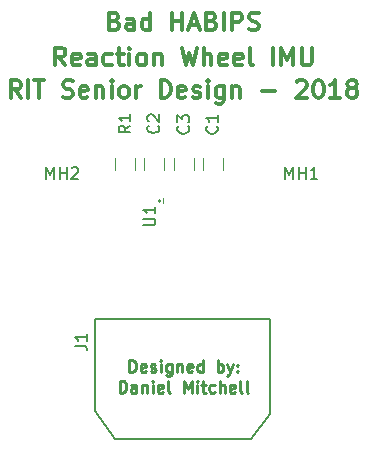
<source format=gbr>
G04 #@! TF.FileFunction,Legend,Top*
%FSLAX46Y46*%
G04 Gerber Fmt 4.6, Leading zero omitted, Abs format (unit mm)*
G04 Created by KiCad (PCBNEW 4.0.4-stable) date 03/19/18 23:17:59*
%MOMM*%
%LPD*%
G01*
G04 APERTURE LIST*
%ADD10C,0.100000*%
%ADD11C,0.250000*%
%ADD12C,0.300000*%
%ADD13C,0.120000*%
%ADD14C,0.160000*%
%ADD15C,0.050000*%
%ADD16C,0.150000*%
G04 APERTURE END LIST*
D10*
D11*
X95428571Y-113187381D02*
X95428571Y-112187381D01*
X95666666Y-112187381D01*
X95809524Y-112235000D01*
X95904762Y-112330238D01*
X95952381Y-112425476D01*
X96000000Y-112615952D01*
X96000000Y-112758810D01*
X95952381Y-112949286D01*
X95904762Y-113044524D01*
X95809524Y-113139762D01*
X95666666Y-113187381D01*
X95428571Y-113187381D01*
X96809524Y-113139762D02*
X96714286Y-113187381D01*
X96523809Y-113187381D01*
X96428571Y-113139762D01*
X96380952Y-113044524D01*
X96380952Y-112663571D01*
X96428571Y-112568333D01*
X96523809Y-112520714D01*
X96714286Y-112520714D01*
X96809524Y-112568333D01*
X96857143Y-112663571D01*
X96857143Y-112758810D01*
X96380952Y-112854048D01*
X97238095Y-113139762D02*
X97333333Y-113187381D01*
X97523809Y-113187381D01*
X97619048Y-113139762D01*
X97666667Y-113044524D01*
X97666667Y-112996905D01*
X97619048Y-112901667D01*
X97523809Y-112854048D01*
X97380952Y-112854048D01*
X97285714Y-112806429D01*
X97238095Y-112711190D01*
X97238095Y-112663571D01*
X97285714Y-112568333D01*
X97380952Y-112520714D01*
X97523809Y-112520714D01*
X97619048Y-112568333D01*
X98095238Y-113187381D02*
X98095238Y-112520714D01*
X98095238Y-112187381D02*
X98047619Y-112235000D01*
X98095238Y-112282619D01*
X98142857Y-112235000D01*
X98095238Y-112187381D01*
X98095238Y-112282619D01*
X99000000Y-112520714D02*
X99000000Y-113330238D01*
X98952381Y-113425476D01*
X98904762Y-113473095D01*
X98809523Y-113520714D01*
X98666666Y-113520714D01*
X98571428Y-113473095D01*
X99000000Y-113139762D02*
X98904762Y-113187381D01*
X98714285Y-113187381D01*
X98619047Y-113139762D01*
X98571428Y-113092143D01*
X98523809Y-112996905D01*
X98523809Y-112711190D01*
X98571428Y-112615952D01*
X98619047Y-112568333D01*
X98714285Y-112520714D01*
X98904762Y-112520714D01*
X99000000Y-112568333D01*
X99476190Y-112520714D02*
X99476190Y-113187381D01*
X99476190Y-112615952D02*
X99523809Y-112568333D01*
X99619047Y-112520714D01*
X99761905Y-112520714D01*
X99857143Y-112568333D01*
X99904762Y-112663571D01*
X99904762Y-113187381D01*
X100761905Y-113139762D02*
X100666667Y-113187381D01*
X100476190Y-113187381D01*
X100380952Y-113139762D01*
X100333333Y-113044524D01*
X100333333Y-112663571D01*
X100380952Y-112568333D01*
X100476190Y-112520714D01*
X100666667Y-112520714D01*
X100761905Y-112568333D01*
X100809524Y-112663571D01*
X100809524Y-112758810D01*
X100333333Y-112854048D01*
X101666667Y-113187381D02*
X101666667Y-112187381D01*
X101666667Y-113139762D02*
X101571429Y-113187381D01*
X101380952Y-113187381D01*
X101285714Y-113139762D01*
X101238095Y-113092143D01*
X101190476Y-112996905D01*
X101190476Y-112711190D01*
X101238095Y-112615952D01*
X101285714Y-112568333D01*
X101380952Y-112520714D01*
X101571429Y-112520714D01*
X101666667Y-112568333D01*
X102904762Y-113187381D02*
X102904762Y-112187381D01*
X102904762Y-112568333D02*
X103000000Y-112520714D01*
X103190477Y-112520714D01*
X103285715Y-112568333D01*
X103333334Y-112615952D01*
X103380953Y-112711190D01*
X103380953Y-112996905D01*
X103333334Y-113092143D01*
X103285715Y-113139762D01*
X103190477Y-113187381D01*
X103000000Y-113187381D01*
X102904762Y-113139762D01*
X103714286Y-112520714D02*
X103952381Y-113187381D01*
X104190477Y-112520714D02*
X103952381Y-113187381D01*
X103857143Y-113425476D01*
X103809524Y-113473095D01*
X103714286Y-113520714D01*
X104571429Y-113092143D02*
X104619048Y-113139762D01*
X104571429Y-113187381D01*
X104523810Y-113139762D01*
X104571429Y-113092143D01*
X104571429Y-113187381D01*
X104571429Y-112568333D02*
X104619048Y-112615952D01*
X104571429Y-112663571D01*
X104523810Y-112615952D01*
X104571429Y-112568333D01*
X104571429Y-112663571D01*
X94595237Y-114937381D02*
X94595237Y-113937381D01*
X94833332Y-113937381D01*
X94976190Y-113985000D01*
X95071428Y-114080238D01*
X95119047Y-114175476D01*
X95166666Y-114365952D01*
X95166666Y-114508810D01*
X95119047Y-114699286D01*
X95071428Y-114794524D01*
X94976190Y-114889762D01*
X94833332Y-114937381D01*
X94595237Y-114937381D01*
X96023809Y-114937381D02*
X96023809Y-114413571D01*
X95976190Y-114318333D01*
X95880952Y-114270714D01*
X95690475Y-114270714D01*
X95595237Y-114318333D01*
X96023809Y-114889762D02*
X95928571Y-114937381D01*
X95690475Y-114937381D01*
X95595237Y-114889762D01*
X95547618Y-114794524D01*
X95547618Y-114699286D01*
X95595237Y-114604048D01*
X95690475Y-114556429D01*
X95928571Y-114556429D01*
X96023809Y-114508810D01*
X96499999Y-114270714D02*
X96499999Y-114937381D01*
X96499999Y-114365952D02*
X96547618Y-114318333D01*
X96642856Y-114270714D01*
X96785714Y-114270714D01*
X96880952Y-114318333D01*
X96928571Y-114413571D01*
X96928571Y-114937381D01*
X97404761Y-114937381D02*
X97404761Y-114270714D01*
X97404761Y-113937381D02*
X97357142Y-113985000D01*
X97404761Y-114032619D01*
X97452380Y-113985000D01*
X97404761Y-113937381D01*
X97404761Y-114032619D01*
X98261904Y-114889762D02*
X98166666Y-114937381D01*
X97976189Y-114937381D01*
X97880951Y-114889762D01*
X97833332Y-114794524D01*
X97833332Y-114413571D01*
X97880951Y-114318333D01*
X97976189Y-114270714D01*
X98166666Y-114270714D01*
X98261904Y-114318333D01*
X98309523Y-114413571D01*
X98309523Y-114508810D01*
X97833332Y-114604048D01*
X98880951Y-114937381D02*
X98785713Y-114889762D01*
X98738094Y-114794524D01*
X98738094Y-113937381D01*
X100023809Y-114937381D02*
X100023809Y-113937381D01*
X100357143Y-114651667D01*
X100690476Y-113937381D01*
X100690476Y-114937381D01*
X101166666Y-114937381D02*
X101166666Y-114270714D01*
X101166666Y-113937381D02*
X101119047Y-113985000D01*
X101166666Y-114032619D01*
X101214285Y-113985000D01*
X101166666Y-113937381D01*
X101166666Y-114032619D01*
X101499999Y-114270714D02*
X101880951Y-114270714D01*
X101642856Y-113937381D02*
X101642856Y-114794524D01*
X101690475Y-114889762D01*
X101785713Y-114937381D01*
X101880951Y-114937381D01*
X102642857Y-114889762D02*
X102547619Y-114937381D01*
X102357142Y-114937381D01*
X102261904Y-114889762D01*
X102214285Y-114842143D01*
X102166666Y-114746905D01*
X102166666Y-114461190D01*
X102214285Y-114365952D01*
X102261904Y-114318333D01*
X102357142Y-114270714D01*
X102547619Y-114270714D01*
X102642857Y-114318333D01*
X103071428Y-114937381D02*
X103071428Y-113937381D01*
X103500000Y-114937381D02*
X103500000Y-114413571D01*
X103452381Y-114318333D01*
X103357143Y-114270714D01*
X103214285Y-114270714D01*
X103119047Y-114318333D01*
X103071428Y-114365952D01*
X104357143Y-114889762D02*
X104261905Y-114937381D01*
X104071428Y-114937381D01*
X103976190Y-114889762D01*
X103928571Y-114794524D01*
X103928571Y-114413571D01*
X103976190Y-114318333D01*
X104071428Y-114270714D01*
X104261905Y-114270714D01*
X104357143Y-114318333D01*
X104404762Y-114413571D01*
X104404762Y-114508810D01*
X103928571Y-114604048D01*
X104976190Y-114937381D02*
X104880952Y-114889762D01*
X104833333Y-114794524D01*
X104833333Y-113937381D01*
X105500000Y-114937381D02*
X105404762Y-114889762D01*
X105357143Y-114794524D01*
X105357143Y-113937381D01*
D12*
X86224287Y-89988571D02*
X85724287Y-89274286D01*
X85367144Y-89988571D02*
X85367144Y-88488571D01*
X85938572Y-88488571D01*
X86081430Y-88560000D01*
X86152858Y-88631429D01*
X86224287Y-88774286D01*
X86224287Y-88988571D01*
X86152858Y-89131429D01*
X86081430Y-89202857D01*
X85938572Y-89274286D01*
X85367144Y-89274286D01*
X86867144Y-89988571D02*
X86867144Y-88488571D01*
X87367144Y-88488571D02*
X88224287Y-88488571D01*
X87795716Y-89988571D02*
X87795716Y-88488571D01*
X89795715Y-89917143D02*
X90010001Y-89988571D01*
X90367144Y-89988571D01*
X90510001Y-89917143D01*
X90581430Y-89845714D01*
X90652858Y-89702857D01*
X90652858Y-89560000D01*
X90581430Y-89417143D01*
X90510001Y-89345714D01*
X90367144Y-89274286D01*
X90081430Y-89202857D01*
X89938572Y-89131429D01*
X89867144Y-89060000D01*
X89795715Y-88917143D01*
X89795715Y-88774286D01*
X89867144Y-88631429D01*
X89938572Y-88560000D01*
X90081430Y-88488571D01*
X90438572Y-88488571D01*
X90652858Y-88560000D01*
X91867143Y-89917143D02*
X91724286Y-89988571D01*
X91438572Y-89988571D01*
X91295715Y-89917143D01*
X91224286Y-89774286D01*
X91224286Y-89202857D01*
X91295715Y-89060000D01*
X91438572Y-88988571D01*
X91724286Y-88988571D01*
X91867143Y-89060000D01*
X91938572Y-89202857D01*
X91938572Y-89345714D01*
X91224286Y-89488571D01*
X92581429Y-88988571D02*
X92581429Y-89988571D01*
X92581429Y-89131429D02*
X92652857Y-89060000D01*
X92795715Y-88988571D01*
X93010000Y-88988571D01*
X93152857Y-89060000D01*
X93224286Y-89202857D01*
X93224286Y-89988571D01*
X93938572Y-89988571D02*
X93938572Y-88988571D01*
X93938572Y-88488571D02*
X93867143Y-88560000D01*
X93938572Y-88631429D01*
X94010000Y-88560000D01*
X93938572Y-88488571D01*
X93938572Y-88631429D01*
X94867144Y-89988571D02*
X94724286Y-89917143D01*
X94652858Y-89845714D01*
X94581429Y-89702857D01*
X94581429Y-89274286D01*
X94652858Y-89131429D01*
X94724286Y-89060000D01*
X94867144Y-88988571D01*
X95081429Y-88988571D01*
X95224286Y-89060000D01*
X95295715Y-89131429D01*
X95367144Y-89274286D01*
X95367144Y-89702857D01*
X95295715Y-89845714D01*
X95224286Y-89917143D01*
X95081429Y-89988571D01*
X94867144Y-89988571D01*
X96010001Y-89988571D02*
X96010001Y-88988571D01*
X96010001Y-89274286D02*
X96081429Y-89131429D01*
X96152858Y-89060000D01*
X96295715Y-88988571D01*
X96438572Y-88988571D01*
X98081429Y-89988571D02*
X98081429Y-88488571D01*
X98438572Y-88488571D01*
X98652857Y-88560000D01*
X98795715Y-88702857D01*
X98867143Y-88845714D01*
X98938572Y-89131429D01*
X98938572Y-89345714D01*
X98867143Y-89631429D01*
X98795715Y-89774286D01*
X98652857Y-89917143D01*
X98438572Y-89988571D01*
X98081429Y-89988571D01*
X100152857Y-89917143D02*
X100010000Y-89988571D01*
X99724286Y-89988571D01*
X99581429Y-89917143D01*
X99510000Y-89774286D01*
X99510000Y-89202857D01*
X99581429Y-89060000D01*
X99724286Y-88988571D01*
X100010000Y-88988571D01*
X100152857Y-89060000D01*
X100224286Y-89202857D01*
X100224286Y-89345714D01*
X99510000Y-89488571D01*
X100795714Y-89917143D02*
X100938571Y-89988571D01*
X101224286Y-89988571D01*
X101367143Y-89917143D01*
X101438571Y-89774286D01*
X101438571Y-89702857D01*
X101367143Y-89560000D01*
X101224286Y-89488571D01*
X101010000Y-89488571D01*
X100867143Y-89417143D01*
X100795714Y-89274286D01*
X100795714Y-89202857D01*
X100867143Y-89060000D01*
X101010000Y-88988571D01*
X101224286Y-88988571D01*
X101367143Y-89060000D01*
X102081429Y-89988571D02*
X102081429Y-88988571D01*
X102081429Y-88488571D02*
X102010000Y-88560000D01*
X102081429Y-88631429D01*
X102152857Y-88560000D01*
X102081429Y-88488571D01*
X102081429Y-88631429D01*
X103438572Y-88988571D02*
X103438572Y-90202857D01*
X103367143Y-90345714D01*
X103295715Y-90417143D01*
X103152858Y-90488571D01*
X102938572Y-90488571D01*
X102795715Y-90417143D01*
X103438572Y-89917143D02*
X103295715Y-89988571D01*
X103010001Y-89988571D01*
X102867143Y-89917143D01*
X102795715Y-89845714D01*
X102724286Y-89702857D01*
X102724286Y-89274286D01*
X102795715Y-89131429D01*
X102867143Y-89060000D01*
X103010001Y-88988571D01*
X103295715Y-88988571D01*
X103438572Y-89060000D01*
X104152858Y-88988571D02*
X104152858Y-89988571D01*
X104152858Y-89131429D02*
X104224286Y-89060000D01*
X104367144Y-88988571D01*
X104581429Y-88988571D01*
X104724286Y-89060000D01*
X104795715Y-89202857D01*
X104795715Y-89988571D01*
X106652858Y-89417143D02*
X107795715Y-89417143D01*
X109581429Y-88631429D02*
X109652858Y-88560000D01*
X109795715Y-88488571D01*
X110152858Y-88488571D01*
X110295715Y-88560000D01*
X110367144Y-88631429D01*
X110438572Y-88774286D01*
X110438572Y-88917143D01*
X110367144Y-89131429D01*
X109510001Y-89988571D01*
X110438572Y-89988571D01*
X111367143Y-88488571D02*
X111510000Y-88488571D01*
X111652857Y-88560000D01*
X111724286Y-88631429D01*
X111795715Y-88774286D01*
X111867143Y-89060000D01*
X111867143Y-89417143D01*
X111795715Y-89702857D01*
X111724286Y-89845714D01*
X111652857Y-89917143D01*
X111510000Y-89988571D01*
X111367143Y-89988571D01*
X111224286Y-89917143D01*
X111152857Y-89845714D01*
X111081429Y-89702857D01*
X111010000Y-89417143D01*
X111010000Y-89060000D01*
X111081429Y-88774286D01*
X111152857Y-88631429D01*
X111224286Y-88560000D01*
X111367143Y-88488571D01*
X113295714Y-89988571D02*
X112438571Y-89988571D01*
X112867143Y-89988571D02*
X112867143Y-88488571D01*
X112724286Y-88702857D01*
X112581428Y-88845714D01*
X112438571Y-88917143D01*
X114152857Y-89131429D02*
X114009999Y-89060000D01*
X113938571Y-88988571D01*
X113867142Y-88845714D01*
X113867142Y-88774286D01*
X113938571Y-88631429D01*
X114009999Y-88560000D01*
X114152857Y-88488571D01*
X114438571Y-88488571D01*
X114581428Y-88560000D01*
X114652857Y-88631429D01*
X114724285Y-88774286D01*
X114724285Y-88845714D01*
X114652857Y-88988571D01*
X114581428Y-89060000D01*
X114438571Y-89131429D01*
X114152857Y-89131429D01*
X114009999Y-89202857D01*
X113938571Y-89274286D01*
X113867142Y-89417143D01*
X113867142Y-89702857D01*
X113938571Y-89845714D01*
X114009999Y-89917143D01*
X114152857Y-89988571D01*
X114438571Y-89988571D01*
X114581428Y-89917143D01*
X114652857Y-89845714D01*
X114724285Y-89702857D01*
X114724285Y-89417143D01*
X114652857Y-89274286D01*
X114581428Y-89202857D01*
X114438571Y-89131429D01*
X90010000Y-87238571D02*
X89510000Y-86524286D01*
X89152857Y-87238571D02*
X89152857Y-85738571D01*
X89724285Y-85738571D01*
X89867143Y-85810000D01*
X89938571Y-85881429D01*
X90010000Y-86024286D01*
X90010000Y-86238571D01*
X89938571Y-86381429D01*
X89867143Y-86452857D01*
X89724285Y-86524286D01*
X89152857Y-86524286D01*
X91224285Y-87167143D02*
X91081428Y-87238571D01*
X90795714Y-87238571D01*
X90652857Y-87167143D01*
X90581428Y-87024286D01*
X90581428Y-86452857D01*
X90652857Y-86310000D01*
X90795714Y-86238571D01*
X91081428Y-86238571D01*
X91224285Y-86310000D01*
X91295714Y-86452857D01*
X91295714Y-86595714D01*
X90581428Y-86738571D01*
X92581428Y-87238571D02*
X92581428Y-86452857D01*
X92509999Y-86310000D01*
X92367142Y-86238571D01*
X92081428Y-86238571D01*
X91938571Y-86310000D01*
X92581428Y-87167143D02*
X92438571Y-87238571D01*
X92081428Y-87238571D01*
X91938571Y-87167143D01*
X91867142Y-87024286D01*
X91867142Y-86881429D01*
X91938571Y-86738571D01*
X92081428Y-86667143D01*
X92438571Y-86667143D01*
X92581428Y-86595714D01*
X93938571Y-87167143D02*
X93795714Y-87238571D01*
X93510000Y-87238571D01*
X93367142Y-87167143D01*
X93295714Y-87095714D01*
X93224285Y-86952857D01*
X93224285Y-86524286D01*
X93295714Y-86381429D01*
X93367142Y-86310000D01*
X93510000Y-86238571D01*
X93795714Y-86238571D01*
X93938571Y-86310000D01*
X94367142Y-86238571D02*
X94938571Y-86238571D01*
X94581428Y-85738571D02*
X94581428Y-87024286D01*
X94652856Y-87167143D01*
X94795714Y-87238571D01*
X94938571Y-87238571D01*
X95438571Y-87238571D02*
X95438571Y-86238571D01*
X95438571Y-85738571D02*
X95367142Y-85810000D01*
X95438571Y-85881429D01*
X95509999Y-85810000D01*
X95438571Y-85738571D01*
X95438571Y-85881429D01*
X96367143Y-87238571D02*
X96224285Y-87167143D01*
X96152857Y-87095714D01*
X96081428Y-86952857D01*
X96081428Y-86524286D01*
X96152857Y-86381429D01*
X96224285Y-86310000D01*
X96367143Y-86238571D01*
X96581428Y-86238571D01*
X96724285Y-86310000D01*
X96795714Y-86381429D01*
X96867143Y-86524286D01*
X96867143Y-86952857D01*
X96795714Y-87095714D01*
X96724285Y-87167143D01*
X96581428Y-87238571D01*
X96367143Y-87238571D01*
X97510000Y-86238571D02*
X97510000Y-87238571D01*
X97510000Y-86381429D02*
X97581428Y-86310000D01*
X97724286Y-86238571D01*
X97938571Y-86238571D01*
X98081428Y-86310000D01*
X98152857Y-86452857D01*
X98152857Y-87238571D01*
X99867143Y-85738571D02*
X100224286Y-87238571D01*
X100510000Y-86167143D01*
X100795714Y-87238571D01*
X101152857Y-85738571D01*
X101724286Y-87238571D02*
X101724286Y-85738571D01*
X102367143Y-87238571D02*
X102367143Y-86452857D01*
X102295714Y-86310000D01*
X102152857Y-86238571D01*
X101938572Y-86238571D01*
X101795714Y-86310000D01*
X101724286Y-86381429D01*
X103652857Y-87167143D02*
X103510000Y-87238571D01*
X103224286Y-87238571D01*
X103081429Y-87167143D01*
X103010000Y-87024286D01*
X103010000Y-86452857D01*
X103081429Y-86310000D01*
X103224286Y-86238571D01*
X103510000Y-86238571D01*
X103652857Y-86310000D01*
X103724286Y-86452857D01*
X103724286Y-86595714D01*
X103010000Y-86738571D01*
X104938571Y-87167143D02*
X104795714Y-87238571D01*
X104510000Y-87238571D01*
X104367143Y-87167143D01*
X104295714Y-87024286D01*
X104295714Y-86452857D01*
X104367143Y-86310000D01*
X104510000Y-86238571D01*
X104795714Y-86238571D01*
X104938571Y-86310000D01*
X105010000Y-86452857D01*
X105010000Y-86595714D01*
X104295714Y-86738571D01*
X105867143Y-87238571D02*
X105724285Y-87167143D01*
X105652857Y-87024286D01*
X105652857Y-85738571D01*
X107581428Y-87238571D02*
X107581428Y-85738571D01*
X108295714Y-87238571D02*
X108295714Y-85738571D01*
X108795714Y-86810000D01*
X109295714Y-85738571D01*
X109295714Y-87238571D01*
X110010000Y-85738571D02*
X110010000Y-86952857D01*
X110081428Y-87095714D01*
X110152857Y-87167143D01*
X110295714Y-87238571D01*
X110581428Y-87238571D01*
X110724286Y-87167143D01*
X110795714Y-87095714D01*
X110867143Y-86952857D01*
X110867143Y-85738571D01*
X94188572Y-83482857D02*
X94402858Y-83554286D01*
X94474286Y-83625714D01*
X94545715Y-83768571D01*
X94545715Y-83982857D01*
X94474286Y-84125714D01*
X94402858Y-84197143D01*
X94260000Y-84268571D01*
X93688572Y-84268571D01*
X93688572Y-82768571D01*
X94188572Y-82768571D01*
X94331429Y-82840000D01*
X94402858Y-82911429D01*
X94474286Y-83054286D01*
X94474286Y-83197143D01*
X94402858Y-83340000D01*
X94331429Y-83411429D01*
X94188572Y-83482857D01*
X93688572Y-83482857D01*
X95831429Y-84268571D02*
X95831429Y-83482857D01*
X95760000Y-83340000D01*
X95617143Y-83268571D01*
X95331429Y-83268571D01*
X95188572Y-83340000D01*
X95831429Y-84197143D02*
X95688572Y-84268571D01*
X95331429Y-84268571D01*
X95188572Y-84197143D01*
X95117143Y-84054286D01*
X95117143Y-83911429D01*
X95188572Y-83768571D01*
X95331429Y-83697143D01*
X95688572Y-83697143D01*
X95831429Y-83625714D01*
X97188572Y-84268571D02*
X97188572Y-82768571D01*
X97188572Y-84197143D02*
X97045715Y-84268571D01*
X96760001Y-84268571D01*
X96617143Y-84197143D01*
X96545715Y-84125714D01*
X96474286Y-83982857D01*
X96474286Y-83554286D01*
X96545715Y-83411429D01*
X96617143Y-83340000D01*
X96760001Y-83268571D01*
X97045715Y-83268571D01*
X97188572Y-83340000D01*
X99045715Y-84268571D02*
X99045715Y-82768571D01*
X99045715Y-83482857D02*
X99902858Y-83482857D01*
X99902858Y-84268571D02*
X99902858Y-82768571D01*
X100545715Y-83840000D02*
X101260001Y-83840000D01*
X100402858Y-84268571D02*
X100902858Y-82768571D01*
X101402858Y-84268571D01*
X102402858Y-83482857D02*
X102617144Y-83554286D01*
X102688572Y-83625714D01*
X102760001Y-83768571D01*
X102760001Y-83982857D01*
X102688572Y-84125714D01*
X102617144Y-84197143D01*
X102474286Y-84268571D01*
X101902858Y-84268571D01*
X101902858Y-82768571D01*
X102402858Y-82768571D01*
X102545715Y-82840000D01*
X102617144Y-82911429D01*
X102688572Y-83054286D01*
X102688572Y-83197143D01*
X102617144Y-83340000D01*
X102545715Y-83411429D01*
X102402858Y-83482857D01*
X101902858Y-83482857D01*
X103402858Y-84268571D02*
X103402858Y-82768571D01*
X104117144Y-84268571D02*
X104117144Y-82768571D01*
X104688572Y-82768571D01*
X104831430Y-82840000D01*
X104902858Y-82911429D01*
X104974287Y-83054286D01*
X104974287Y-83268571D01*
X104902858Y-83411429D01*
X104831430Y-83482857D01*
X104688572Y-83554286D01*
X104117144Y-83554286D01*
X105545715Y-84197143D02*
X105760001Y-84268571D01*
X106117144Y-84268571D01*
X106260001Y-84197143D01*
X106331430Y-84125714D01*
X106402858Y-83982857D01*
X106402858Y-83840000D01*
X106331430Y-83697143D01*
X106260001Y-83625714D01*
X106117144Y-83554286D01*
X105831430Y-83482857D01*
X105688572Y-83411429D01*
X105617144Y-83340000D01*
X105545715Y-83197143D01*
X105545715Y-83054286D01*
X105617144Y-82911429D01*
X105688572Y-82840000D01*
X105831430Y-82768571D01*
X106188572Y-82768571D01*
X106402858Y-82840000D01*
D13*
X101650000Y-95080000D02*
X101650000Y-96080000D01*
X103350000Y-96080000D02*
X103350000Y-95080000D01*
X96660000Y-95080000D02*
X96660000Y-96080000D01*
X98360000Y-96080000D02*
X98360000Y-95080000D01*
X99180000Y-95100000D02*
X99180000Y-96100000D01*
X100880000Y-96100000D02*
X100880000Y-95100000D01*
X94190000Y-95090000D02*
X94190000Y-96090000D01*
X95890000Y-96090000D02*
X95890000Y-95090000D01*
D14*
X98075000Y-98725000D02*
G75*
G03X98075000Y-98725000I-80000J0D01*
G01*
D10*
X98250000Y-98925000D02*
X98250000Y-98500000D01*
D15*
X98250000Y-98500000D02*
X98245000Y-98525000D01*
D16*
X107320000Y-116710000D02*
X107320000Y-108730000D01*
X107320000Y-108730000D02*
X92540000Y-108730000D01*
X92540000Y-108750000D02*
X92540000Y-116520000D01*
X92540000Y-116520000D02*
X94190000Y-118900000D01*
X94190000Y-118900000D02*
X105700000Y-118900000D01*
X105700000Y-118900000D02*
X107320000Y-116720000D01*
X102817143Y-92386666D02*
X102864762Y-92434285D01*
X102912381Y-92577142D01*
X102912381Y-92672380D01*
X102864762Y-92815238D01*
X102769524Y-92910476D01*
X102674286Y-92958095D01*
X102483810Y-93005714D01*
X102340952Y-93005714D01*
X102150476Y-92958095D01*
X102055238Y-92910476D01*
X101960000Y-92815238D01*
X101912381Y-92672380D01*
X101912381Y-92577142D01*
X101960000Y-92434285D01*
X102007619Y-92386666D01*
X102912381Y-91434285D02*
X102912381Y-92005714D01*
X102912381Y-91720000D02*
X101912381Y-91720000D01*
X102055238Y-91815238D01*
X102150476Y-91910476D01*
X102198095Y-92005714D01*
X97867143Y-92336666D02*
X97914762Y-92384285D01*
X97962381Y-92527142D01*
X97962381Y-92622380D01*
X97914762Y-92765238D01*
X97819524Y-92860476D01*
X97724286Y-92908095D01*
X97533810Y-92955714D01*
X97390952Y-92955714D01*
X97200476Y-92908095D01*
X97105238Y-92860476D01*
X97010000Y-92765238D01*
X96962381Y-92622380D01*
X96962381Y-92527142D01*
X97010000Y-92384285D01*
X97057619Y-92336666D01*
X97057619Y-91955714D02*
X97010000Y-91908095D01*
X96962381Y-91812857D01*
X96962381Y-91574761D01*
X97010000Y-91479523D01*
X97057619Y-91431904D01*
X97152857Y-91384285D01*
X97248095Y-91384285D01*
X97390952Y-91431904D01*
X97962381Y-92003333D01*
X97962381Y-91384285D01*
X100407143Y-92386666D02*
X100454762Y-92434285D01*
X100502381Y-92577142D01*
X100502381Y-92672380D01*
X100454762Y-92815238D01*
X100359524Y-92910476D01*
X100264286Y-92958095D01*
X100073810Y-93005714D01*
X99930952Y-93005714D01*
X99740476Y-92958095D01*
X99645238Y-92910476D01*
X99550000Y-92815238D01*
X99502381Y-92672380D01*
X99502381Y-92577142D01*
X99550000Y-92434285D01*
X99597619Y-92386666D01*
X99502381Y-92053333D02*
X99502381Y-91434285D01*
X99883333Y-91767619D01*
X99883333Y-91624761D01*
X99930952Y-91529523D01*
X99978571Y-91481904D01*
X100073810Y-91434285D01*
X100311905Y-91434285D01*
X100407143Y-91481904D01*
X100454762Y-91529523D01*
X100502381Y-91624761D01*
X100502381Y-91910476D01*
X100454762Y-92005714D01*
X100407143Y-92053333D01*
X95522381Y-92326666D02*
X95046190Y-92660000D01*
X95522381Y-92898095D02*
X94522381Y-92898095D01*
X94522381Y-92517142D01*
X94570000Y-92421904D01*
X94617619Y-92374285D01*
X94712857Y-92326666D01*
X94855714Y-92326666D01*
X94950952Y-92374285D01*
X94998571Y-92421904D01*
X95046190Y-92517142D01*
X95046190Y-92898095D01*
X95522381Y-91374285D02*
X95522381Y-91945714D01*
X95522381Y-91660000D02*
X94522381Y-91660000D01*
X94665238Y-91755238D01*
X94760476Y-91850476D01*
X94808095Y-91945714D01*
X96612381Y-100771905D02*
X97421905Y-100771905D01*
X97517143Y-100724286D01*
X97564762Y-100676667D01*
X97612381Y-100581429D01*
X97612381Y-100390952D01*
X97564762Y-100295714D01*
X97517143Y-100248095D01*
X97421905Y-100200476D01*
X96612381Y-100200476D01*
X97612381Y-99200476D02*
X97612381Y-99771905D01*
X97612381Y-99486191D02*
X96612381Y-99486191D01*
X96755238Y-99581429D01*
X96850476Y-99676667D01*
X96898095Y-99771905D01*
X90802381Y-110973333D02*
X91516667Y-110973333D01*
X91659524Y-111020953D01*
X91754762Y-111116191D01*
X91802381Y-111259048D01*
X91802381Y-111354286D01*
X91802381Y-109973333D02*
X91802381Y-110544762D01*
X91802381Y-110259048D02*
X90802381Y-110259048D01*
X90945238Y-110354286D01*
X91040476Y-110449524D01*
X91088095Y-110544762D01*
X108626667Y-96842381D02*
X108626667Y-95842381D01*
X108960001Y-96556667D01*
X109293334Y-95842381D01*
X109293334Y-96842381D01*
X109769524Y-96842381D02*
X109769524Y-95842381D01*
X109769524Y-96318571D02*
X110340953Y-96318571D01*
X110340953Y-96842381D02*
X110340953Y-95842381D01*
X111340953Y-96842381D02*
X110769524Y-96842381D01*
X111055238Y-96842381D02*
X111055238Y-95842381D01*
X110960000Y-95985238D01*
X110864762Y-96080476D01*
X110769524Y-96128095D01*
X88406667Y-96842381D02*
X88406667Y-95842381D01*
X88740001Y-96556667D01*
X89073334Y-95842381D01*
X89073334Y-96842381D01*
X89549524Y-96842381D02*
X89549524Y-95842381D01*
X89549524Y-96318571D02*
X90120953Y-96318571D01*
X90120953Y-96842381D02*
X90120953Y-95842381D01*
X90549524Y-95937619D02*
X90597143Y-95890000D01*
X90692381Y-95842381D01*
X90930477Y-95842381D01*
X91025715Y-95890000D01*
X91073334Y-95937619D01*
X91120953Y-96032857D01*
X91120953Y-96128095D01*
X91073334Y-96270952D01*
X90501905Y-96842381D01*
X91120953Y-96842381D01*
M02*

</source>
